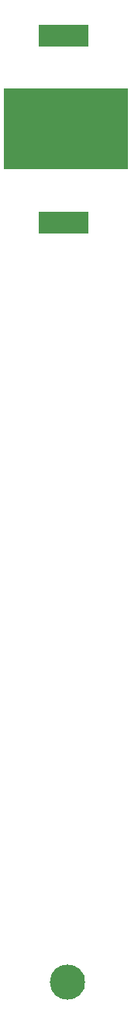
<source format=gtp>
%TF.GenerationSoftware,KiCad,Pcbnew,4.0.4+e1-6308~48~ubuntu14.04.1-stable*%
%TF.CreationDate,2016-11-21T12:12:41-08:00*%
%TF.ProjectId,Sample-Set,53616D706C652D5365742E6B69636164,rev?*%
%TF.FileFunction,Paste,Top*%
%FSLAX46Y46*%
G04 Gerber Fmt 4.6, Leading zero omitted, Abs format (unit mm)*
G04 Created by KiCad (PCBNEW 4.0.4+e1-6308~48~ubuntu14.04.1-stable) date Mon Nov 21 12:12:41 2016*
%MOMM*%
%LPD*%
G01*
G04 APERTURE LIST*
%ADD10C,0.350000*%
%ADD11R,5.407600X2.447600*%
%ADD12R,13.647600X8.847600*%
%ADD13R,0.347600X2.847600*%
%ADD14R,0.347600X1.647600*%
%ADD15C,3.847600*%
G04 APERTURE END LIST*
D10*
D11*
X108346000Y-65162000D03*
D12*
X108600000Y-75366000D03*
D11*
X108346000Y-85562000D03*
D13*
X107842000Y-168444000D03*
D14*
X110477000Y-168444000D03*
D15*
X108842000Y-168444000D03*
M02*

</source>
